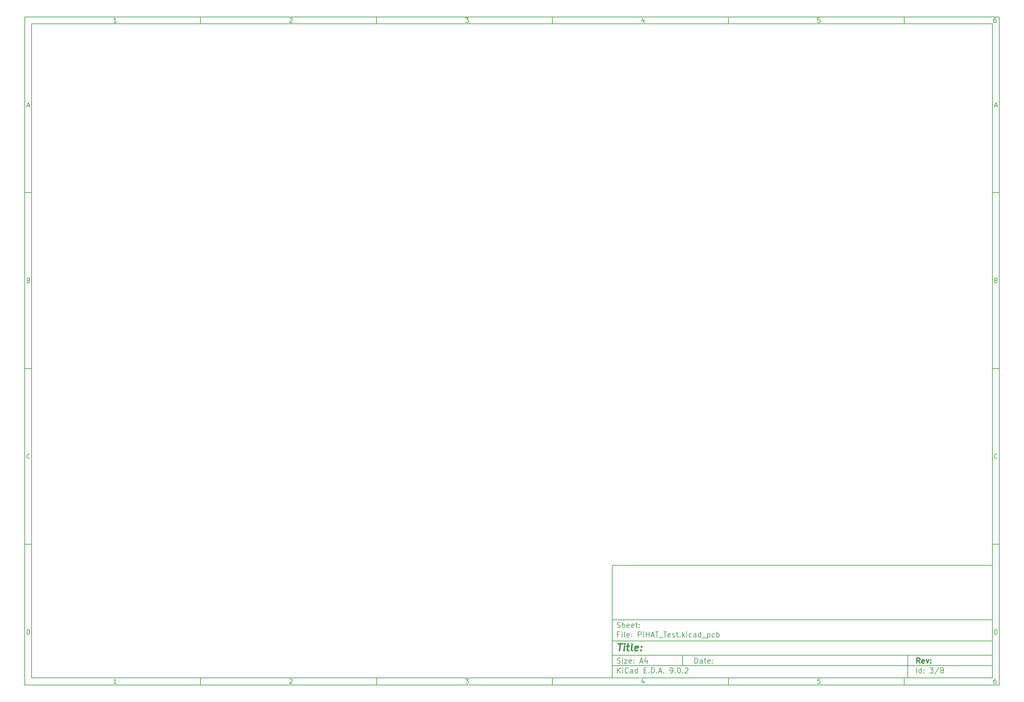
<source format=gbr>
%TF.GenerationSoftware,KiCad,Pcbnew,9.0.2*%
%TF.CreationDate,2025-07-16T09:33:13+08:00*%
%TF.ProjectId,PiHAT_Test,50694841-545f-4546-9573-742e6b696361,rev?*%
%TF.SameCoordinates,Original*%
%TF.FileFunction,Paste,Bot*%
%TF.FilePolarity,Positive*%
%FSLAX46Y46*%
G04 Gerber Fmt 4.6, Leading zero omitted, Abs format (unit mm)*
G04 Created by KiCad (PCBNEW 9.0.2) date 2025-07-16 09:33:13*
%MOMM*%
%LPD*%
G01*
G04 APERTURE LIST*
%ADD10C,0.100000*%
%ADD11C,0.150000*%
%ADD12C,0.300000*%
%ADD13C,0.400000*%
G04 APERTURE END LIST*
D10*
D11*
X177002200Y-166007200D02*
X285002200Y-166007200D01*
X285002200Y-198007200D01*
X177002200Y-198007200D01*
X177002200Y-166007200D01*
D10*
D11*
X10000000Y-10000000D02*
X287002200Y-10000000D01*
X287002200Y-200007200D01*
X10000000Y-200007200D01*
X10000000Y-10000000D01*
D10*
D11*
X12000000Y-12000000D02*
X285002200Y-12000000D01*
X285002200Y-198007200D01*
X12000000Y-198007200D01*
X12000000Y-12000000D01*
D10*
D11*
X60000000Y-12000000D02*
X60000000Y-10000000D01*
D10*
D11*
X110000000Y-12000000D02*
X110000000Y-10000000D01*
D10*
D11*
X160000000Y-12000000D02*
X160000000Y-10000000D01*
D10*
D11*
X210000000Y-12000000D02*
X210000000Y-10000000D01*
D10*
D11*
X260000000Y-12000000D02*
X260000000Y-10000000D01*
D10*
D11*
X36089160Y-11593604D02*
X35346303Y-11593604D01*
X35717731Y-11593604D02*
X35717731Y-10293604D01*
X35717731Y-10293604D02*
X35593922Y-10479319D01*
X35593922Y-10479319D02*
X35470112Y-10603128D01*
X35470112Y-10603128D02*
X35346303Y-10665033D01*
D10*
D11*
X85346303Y-10417414D02*
X85408207Y-10355509D01*
X85408207Y-10355509D02*
X85532017Y-10293604D01*
X85532017Y-10293604D02*
X85841541Y-10293604D01*
X85841541Y-10293604D02*
X85965350Y-10355509D01*
X85965350Y-10355509D02*
X86027255Y-10417414D01*
X86027255Y-10417414D02*
X86089160Y-10541223D01*
X86089160Y-10541223D02*
X86089160Y-10665033D01*
X86089160Y-10665033D02*
X86027255Y-10850747D01*
X86027255Y-10850747D02*
X85284398Y-11593604D01*
X85284398Y-11593604D02*
X86089160Y-11593604D01*
D10*
D11*
X135284398Y-10293604D02*
X136089160Y-10293604D01*
X136089160Y-10293604D02*
X135655826Y-10788842D01*
X135655826Y-10788842D02*
X135841541Y-10788842D01*
X135841541Y-10788842D02*
X135965350Y-10850747D01*
X135965350Y-10850747D02*
X136027255Y-10912652D01*
X136027255Y-10912652D02*
X136089160Y-11036461D01*
X136089160Y-11036461D02*
X136089160Y-11345985D01*
X136089160Y-11345985D02*
X136027255Y-11469795D01*
X136027255Y-11469795D02*
X135965350Y-11531700D01*
X135965350Y-11531700D02*
X135841541Y-11593604D01*
X135841541Y-11593604D02*
X135470112Y-11593604D01*
X135470112Y-11593604D02*
X135346303Y-11531700D01*
X135346303Y-11531700D02*
X135284398Y-11469795D01*
D10*
D11*
X185965350Y-10726938D02*
X185965350Y-11593604D01*
X185655826Y-10231700D02*
X185346303Y-11160271D01*
X185346303Y-11160271D02*
X186151064Y-11160271D01*
D10*
D11*
X236027255Y-10293604D02*
X235408207Y-10293604D01*
X235408207Y-10293604D02*
X235346303Y-10912652D01*
X235346303Y-10912652D02*
X235408207Y-10850747D01*
X235408207Y-10850747D02*
X235532017Y-10788842D01*
X235532017Y-10788842D02*
X235841541Y-10788842D01*
X235841541Y-10788842D02*
X235965350Y-10850747D01*
X235965350Y-10850747D02*
X236027255Y-10912652D01*
X236027255Y-10912652D02*
X236089160Y-11036461D01*
X236089160Y-11036461D02*
X236089160Y-11345985D01*
X236089160Y-11345985D02*
X236027255Y-11469795D01*
X236027255Y-11469795D02*
X235965350Y-11531700D01*
X235965350Y-11531700D02*
X235841541Y-11593604D01*
X235841541Y-11593604D02*
X235532017Y-11593604D01*
X235532017Y-11593604D02*
X235408207Y-11531700D01*
X235408207Y-11531700D02*
X235346303Y-11469795D01*
D10*
D11*
X285965350Y-10293604D02*
X285717731Y-10293604D01*
X285717731Y-10293604D02*
X285593922Y-10355509D01*
X285593922Y-10355509D02*
X285532017Y-10417414D01*
X285532017Y-10417414D02*
X285408207Y-10603128D01*
X285408207Y-10603128D02*
X285346303Y-10850747D01*
X285346303Y-10850747D02*
X285346303Y-11345985D01*
X285346303Y-11345985D02*
X285408207Y-11469795D01*
X285408207Y-11469795D02*
X285470112Y-11531700D01*
X285470112Y-11531700D02*
X285593922Y-11593604D01*
X285593922Y-11593604D02*
X285841541Y-11593604D01*
X285841541Y-11593604D02*
X285965350Y-11531700D01*
X285965350Y-11531700D02*
X286027255Y-11469795D01*
X286027255Y-11469795D02*
X286089160Y-11345985D01*
X286089160Y-11345985D02*
X286089160Y-11036461D01*
X286089160Y-11036461D02*
X286027255Y-10912652D01*
X286027255Y-10912652D02*
X285965350Y-10850747D01*
X285965350Y-10850747D02*
X285841541Y-10788842D01*
X285841541Y-10788842D02*
X285593922Y-10788842D01*
X285593922Y-10788842D02*
X285470112Y-10850747D01*
X285470112Y-10850747D02*
X285408207Y-10912652D01*
X285408207Y-10912652D02*
X285346303Y-11036461D01*
D10*
D11*
X60000000Y-198007200D02*
X60000000Y-200007200D01*
D10*
D11*
X110000000Y-198007200D02*
X110000000Y-200007200D01*
D10*
D11*
X160000000Y-198007200D02*
X160000000Y-200007200D01*
D10*
D11*
X210000000Y-198007200D02*
X210000000Y-200007200D01*
D10*
D11*
X260000000Y-198007200D02*
X260000000Y-200007200D01*
D10*
D11*
X36089160Y-199600804D02*
X35346303Y-199600804D01*
X35717731Y-199600804D02*
X35717731Y-198300804D01*
X35717731Y-198300804D02*
X35593922Y-198486519D01*
X35593922Y-198486519D02*
X35470112Y-198610328D01*
X35470112Y-198610328D02*
X35346303Y-198672233D01*
D10*
D11*
X85346303Y-198424614D02*
X85408207Y-198362709D01*
X85408207Y-198362709D02*
X85532017Y-198300804D01*
X85532017Y-198300804D02*
X85841541Y-198300804D01*
X85841541Y-198300804D02*
X85965350Y-198362709D01*
X85965350Y-198362709D02*
X86027255Y-198424614D01*
X86027255Y-198424614D02*
X86089160Y-198548423D01*
X86089160Y-198548423D02*
X86089160Y-198672233D01*
X86089160Y-198672233D02*
X86027255Y-198857947D01*
X86027255Y-198857947D02*
X85284398Y-199600804D01*
X85284398Y-199600804D02*
X86089160Y-199600804D01*
D10*
D11*
X135284398Y-198300804D02*
X136089160Y-198300804D01*
X136089160Y-198300804D02*
X135655826Y-198796042D01*
X135655826Y-198796042D02*
X135841541Y-198796042D01*
X135841541Y-198796042D02*
X135965350Y-198857947D01*
X135965350Y-198857947D02*
X136027255Y-198919852D01*
X136027255Y-198919852D02*
X136089160Y-199043661D01*
X136089160Y-199043661D02*
X136089160Y-199353185D01*
X136089160Y-199353185D02*
X136027255Y-199476995D01*
X136027255Y-199476995D02*
X135965350Y-199538900D01*
X135965350Y-199538900D02*
X135841541Y-199600804D01*
X135841541Y-199600804D02*
X135470112Y-199600804D01*
X135470112Y-199600804D02*
X135346303Y-199538900D01*
X135346303Y-199538900D02*
X135284398Y-199476995D01*
D10*
D11*
X185965350Y-198734138D02*
X185965350Y-199600804D01*
X185655826Y-198238900D02*
X185346303Y-199167471D01*
X185346303Y-199167471D02*
X186151064Y-199167471D01*
D10*
D11*
X236027255Y-198300804D02*
X235408207Y-198300804D01*
X235408207Y-198300804D02*
X235346303Y-198919852D01*
X235346303Y-198919852D02*
X235408207Y-198857947D01*
X235408207Y-198857947D02*
X235532017Y-198796042D01*
X235532017Y-198796042D02*
X235841541Y-198796042D01*
X235841541Y-198796042D02*
X235965350Y-198857947D01*
X235965350Y-198857947D02*
X236027255Y-198919852D01*
X236027255Y-198919852D02*
X236089160Y-199043661D01*
X236089160Y-199043661D02*
X236089160Y-199353185D01*
X236089160Y-199353185D02*
X236027255Y-199476995D01*
X236027255Y-199476995D02*
X235965350Y-199538900D01*
X235965350Y-199538900D02*
X235841541Y-199600804D01*
X235841541Y-199600804D02*
X235532017Y-199600804D01*
X235532017Y-199600804D02*
X235408207Y-199538900D01*
X235408207Y-199538900D02*
X235346303Y-199476995D01*
D10*
D11*
X285965350Y-198300804D02*
X285717731Y-198300804D01*
X285717731Y-198300804D02*
X285593922Y-198362709D01*
X285593922Y-198362709D02*
X285532017Y-198424614D01*
X285532017Y-198424614D02*
X285408207Y-198610328D01*
X285408207Y-198610328D02*
X285346303Y-198857947D01*
X285346303Y-198857947D02*
X285346303Y-199353185D01*
X285346303Y-199353185D02*
X285408207Y-199476995D01*
X285408207Y-199476995D02*
X285470112Y-199538900D01*
X285470112Y-199538900D02*
X285593922Y-199600804D01*
X285593922Y-199600804D02*
X285841541Y-199600804D01*
X285841541Y-199600804D02*
X285965350Y-199538900D01*
X285965350Y-199538900D02*
X286027255Y-199476995D01*
X286027255Y-199476995D02*
X286089160Y-199353185D01*
X286089160Y-199353185D02*
X286089160Y-199043661D01*
X286089160Y-199043661D02*
X286027255Y-198919852D01*
X286027255Y-198919852D02*
X285965350Y-198857947D01*
X285965350Y-198857947D02*
X285841541Y-198796042D01*
X285841541Y-198796042D02*
X285593922Y-198796042D01*
X285593922Y-198796042D02*
X285470112Y-198857947D01*
X285470112Y-198857947D02*
X285408207Y-198919852D01*
X285408207Y-198919852D02*
X285346303Y-199043661D01*
D10*
D11*
X10000000Y-60000000D02*
X12000000Y-60000000D01*
D10*
D11*
X10000000Y-110000000D02*
X12000000Y-110000000D01*
D10*
D11*
X10000000Y-160000000D02*
X12000000Y-160000000D01*
D10*
D11*
X10690476Y-35222176D02*
X11309523Y-35222176D01*
X10566666Y-35593604D02*
X10999999Y-34293604D01*
X10999999Y-34293604D02*
X11433333Y-35593604D01*
D10*
D11*
X11092857Y-84912652D02*
X11278571Y-84974557D01*
X11278571Y-84974557D02*
X11340476Y-85036461D01*
X11340476Y-85036461D02*
X11402380Y-85160271D01*
X11402380Y-85160271D02*
X11402380Y-85345985D01*
X11402380Y-85345985D02*
X11340476Y-85469795D01*
X11340476Y-85469795D02*
X11278571Y-85531700D01*
X11278571Y-85531700D02*
X11154761Y-85593604D01*
X11154761Y-85593604D02*
X10659523Y-85593604D01*
X10659523Y-85593604D02*
X10659523Y-84293604D01*
X10659523Y-84293604D02*
X11092857Y-84293604D01*
X11092857Y-84293604D02*
X11216666Y-84355509D01*
X11216666Y-84355509D02*
X11278571Y-84417414D01*
X11278571Y-84417414D02*
X11340476Y-84541223D01*
X11340476Y-84541223D02*
X11340476Y-84665033D01*
X11340476Y-84665033D02*
X11278571Y-84788842D01*
X11278571Y-84788842D02*
X11216666Y-84850747D01*
X11216666Y-84850747D02*
X11092857Y-84912652D01*
X11092857Y-84912652D02*
X10659523Y-84912652D01*
D10*
D11*
X11402380Y-135469795D02*
X11340476Y-135531700D01*
X11340476Y-135531700D02*
X11154761Y-135593604D01*
X11154761Y-135593604D02*
X11030952Y-135593604D01*
X11030952Y-135593604D02*
X10845238Y-135531700D01*
X10845238Y-135531700D02*
X10721428Y-135407890D01*
X10721428Y-135407890D02*
X10659523Y-135284080D01*
X10659523Y-135284080D02*
X10597619Y-135036461D01*
X10597619Y-135036461D02*
X10597619Y-134850747D01*
X10597619Y-134850747D02*
X10659523Y-134603128D01*
X10659523Y-134603128D02*
X10721428Y-134479319D01*
X10721428Y-134479319D02*
X10845238Y-134355509D01*
X10845238Y-134355509D02*
X11030952Y-134293604D01*
X11030952Y-134293604D02*
X11154761Y-134293604D01*
X11154761Y-134293604D02*
X11340476Y-134355509D01*
X11340476Y-134355509D02*
X11402380Y-134417414D01*
D10*
D11*
X10659523Y-185593604D02*
X10659523Y-184293604D01*
X10659523Y-184293604D02*
X10969047Y-184293604D01*
X10969047Y-184293604D02*
X11154761Y-184355509D01*
X11154761Y-184355509D02*
X11278571Y-184479319D01*
X11278571Y-184479319D02*
X11340476Y-184603128D01*
X11340476Y-184603128D02*
X11402380Y-184850747D01*
X11402380Y-184850747D02*
X11402380Y-185036461D01*
X11402380Y-185036461D02*
X11340476Y-185284080D01*
X11340476Y-185284080D02*
X11278571Y-185407890D01*
X11278571Y-185407890D02*
X11154761Y-185531700D01*
X11154761Y-185531700D02*
X10969047Y-185593604D01*
X10969047Y-185593604D02*
X10659523Y-185593604D01*
D10*
D11*
X287002200Y-60000000D02*
X285002200Y-60000000D01*
D10*
D11*
X287002200Y-110000000D02*
X285002200Y-110000000D01*
D10*
D11*
X287002200Y-160000000D02*
X285002200Y-160000000D01*
D10*
D11*
X285692676Y-35222176D02*
X286311723Y-35222176D01*
X285568866Y-35593604D02*
X286002199Y-34293604D01*
X286002199Y-34293604D02*
X286435533Y-35593604D01*
D10*
D11*
X286095057Y-84912652D02*
X286280771Y-84974557D01*
X286280771Y-84974557D02*
X286342676Y-85036461D01*
X286342676Y-85036461D02*
X286404580Y-85160271D01*
X286404580Y-85160271D02*
X286404580Y-85345985D01*
X286404580Y-85345985D02*
X286342676Y-85469795D01*
X286342676Y-85469795D02*
X286280771Y-85531700D01*
X286280771Y-85531700D02*
X286156961Y-85593604D01*
X286156961Y-85593604D02*
X285661723Y-85593604D01*
X285661723Y-85593604D02*
X285661723Y-84293604D01*
X285661723Y-84293604D02*
X286095057Y-84293604D01*
X286095057Y-84293604D02*
X286218866Y-84355509D01*
X286218866Y-84355509D02*
X286280771Y-84417414D01*
X286280771Y-84417414D02*
X286342676Y-84541223D01*
X286342676Y-84541223D02*
X286342676Y-84665033D01*
X286342676Y-84665033D02*
X286280771Y-84788842D01*
X286280771Y-84788842D02*
X286218866Y-84850747D01*
X286218866Y-84850747D02*
X286095057Y-84912652D01*
X286095057Y-84912652D02*
X285661723Y-84912652D01*
D10*
D11*
X286404580Y-135469795D02*
X286342676Y-135531700D01*
X286342676Y-135531700D02*
X286156961Y-135593604D01*
X286156961Y-135593604D02*
X286033152Y-135593604D01*
X286033152Y-135593604D02*
X285847438Y-135531700D01*
X285847438Y-135531700D02*
X285723628Y-135407890D01*
X285723628Y-135407890D02*
X285661723Y-135284080D01*
X285661723Y-135284080D02*
X285599819Y-135036461D01*
X285599819Y-135036461D02*
X285599819Y-134850747D01*
X285599819Y-134850747D02*
X285661723Y-134603128D01*
X285661723Y-134603128D02*
X285723628Y-134479319D01*
X285723628Y-134479319D02*
X285847438Y-134355509D01*
X285847438Y-134355509D02*
X286033152Y-134293604D01*
X286033152Y-134293604D02*
X286156961Y-134293604D01*
X286156961Y-134293604D02*
X286342676Y-134355509D01*
X286342676Y-134355509D02*
X286404580Y-134417414D01*
D10*
D11*
X285661723Y-185593604D02*
X285661723Y-184293604D01*
X285661723Y-184293604D02*
X285971247Y-184293604D01*
X285971247Y-184293604D02*
X286156961Y-184355509D01*
X286156961Y-184355509D02*
X286280771Y-184479319D01*
X286280771Y-184479319D02*
X286342676Y-184603128D01*
X286342676Y-184603128D02*
X286404580Y-184850747D01*
X286404580Y-184850747D02*
X286404580Y-185036461D01*
X286404580Y-185036461D02*
X286342676Y-185284080D01*
X286342676Y-185284080D02*
X286280771Y-185407890D01*
X286280771Y-185407890D02*
X286156961Y-185531700D01*
X286156961Y-185531700D02*
X285971247Y-185593604D01*
X285971247Y-185593604D02*
X285661723Y-185593604D01*
D10*
D11*
X200458026Y-193793328D02*
X200458026Y-192293328D01*
X200458026Y-192293328D02*
X200815169Y-192293328D01*
X200815169Y-192293328D02*
X201029455Y-192364757D01*
X201029455Y-192364757D02*
X201172312Y-192507614D01*
X201172312Y-192507614D02*
X201243741Y-192650471D01*
X201243741Y-192650471D02*
X201315169Y-192936185D01*
X201315169Y-192936185D02*
X201315169Y-193150471D01*
X201315169Y-193150471D02*
X201243741Y-193436185D01*
X201243741Y-193436185D02*
X201172312Y-193579042D01*
X201172312Y-193579042D02*
X201029455Y-193721900D01*
X201029455Y-193721900D02*
X200815169Y-193793328D01*
X200815169Y-193793328D02*
X200458026Y-193793328D01*
X202600884Y-193793328D02*
X202600884Y-193007614D01*
X202600884Y-193007614D02*
X202529455Y-192864757D01*
X202529455Y-192864757D02*
X202386598Y-192793328D01*
X202386598Y-192793328D02*
X202100884Y-192793328D01*
X202100884Y-192793328D02*
X201958026Y-192864757D01*
X202600884Y-193721900D02*
X202458026Y-193793328D01*
X202458026Y-193793328D02*
X202100884Y-193793328D01*
X202100884Y-193793328D02*
X201958026Y-193721900D01*
X201958026Y-193721900D02*
X201886598Y-193579042D01*
X201886598Y-193579042D02*
X201886598Y-193436185D01*
X201886598Y-193436185D02*
X201958026Y-193293328D01*
X201958026Y-193293328D02*
X202100884Y-193221900D01*
X202100884Y-193221900D02*
X202458026Y-193221900D01*
X202458026Y-193221900D02*
X202600884Y-193150471D01*
X203100884Y-192793328D02*
X203672312Y-192793328D01*
X203315169Y-192293328D02*
X203315169Y-193579042D01*
X203315169Y-193579042D02*
X203386598Y-193721900D01*
X203386598Y-193721900D02*
X203529455Y-193793328D01*
X203529455Y-193793328D02*
X203672312Y-193793328D01*
X204743741Y-193721900D02*
X204600884Y-193793328D01*
X204600884Y-193793328D02*
X204315170Y-193793328D01*
X204315170Y-193793328D02*
X204172312Y-193721900D01*
X204172312Y-193721900D02*
X204100884Y-193579042D01*
X204100884Y-193579042D02*
X204100884Y-193007614D01*
X204100884Y-193007614D02*
X204172312Y-192864757D01*
X204172312Y-192864757D02*
X204315170Y-192793328D01*
X204315170Y-192793328D02*
X204600884Y-192793328D01*
X204600884Y-192793328D02*
X204743741Y-192864757D01*
X204743741Y-192864757D02*
X204815170Y-193007614D01*
X204815170Y-193007614D02*
X204815170Y-193150471D01*
X204815170Y-193150471D02*
X204100884Y-193293328D01*
X205458026Y-193650471D02*
X205529455Y-193721900D01*
X205529455Y-193721900D02*
X205458026Y-193793328D01*
X205458026Y-193793328D02*
X205386598Y-193721900D01*
X205386598Y-193721900D02*
X205458026Y-193650471D01*
X205458026Y-193650471D02*
X205458026Y-193793328D01*
X205458026Y-192864757D02*
X205529455Y-192936185D01*
X205529455Y-192936185D02*
X205458026Y-193007614D01*
X205458026Y-193007614D02*
X205386598Y-192936185D01*
X205386598Y-192936185D02*
X205458026Y-192864757D01*
X205458026Y-192864757D02*
X205458026Y-193007614D01*
D10*
D11*
X177002200Y-194507200D02*
X285002200Y-194507200D01*
D10*
D11*
X178458026Y-196593328D02*
X178458026Y-195093328D01*
X179315169Y-196593328D02*
X178672312Y-195736185D01*
X179315169Y-195093328D02*
X178458026Y-195950471D01*
X179958026Y-196593328D02*
X179958026Y-195593328D01*
X179958026Y-195093328D02*
X179886598Y-195164757D01*
X179886598Y-195164757D02*
X179958026Y-195236185D01*
X179958026Y-195236185D02*
X180029455Y-195164757D01*
X180029455Y-195164757D02*
X179958026Y-195093328D01*
X179958026Y-195093328D02*
X179958026Y-195236185D01*
X181529455Y-196450471D02*
X181458027Y-196521900D01*
X181458027Y-196521900D02*
X181243741Y-196593328D01*
X181243741Y-196593328D02*
X181100884Y-196593328D01*
X181100884Y-196593328D02*
X180886598Y-196521900D01*
X180886598Y-196521900D02*
X180743741Y-196379042D01*
X180743741Y-196379042D02*
X180672312Y-196236185D01*
X180672312Y-196236185D02*
X180600884Y-195950471D01*
X180600884Y-195950471D02*
X180600884Y-195736185D01*
X180600884Y-195736185D02*
X180672312Y-195450471D01*
X180672312Y-195450471D02*
X180743741Y-195307614D01*
X180743741Y-195307614D02*
X180886598Y-195164757D01*
X180886598Y-195164757D02*
X181100884Y-195093328D01*
X181100884Y-195093328D02*
X181243741Y-195093328D01*
X181243741Y-195093328D02*
X181458027Y-195164757D01*
X181458027Y-195164757D02*
X181529455Y-195236185D01*
X182815170Y-196593328D02*
X182815170Y-195807614D01*
X182815170Y-195807614D02*
X182743741Y-195664757D01*
X182743741Y-195664757D02*
X182600884Y-195593328D01*
X182600884Y-195593328D02*
X182315170Y-195593328D01*
X182315170Y-195593328D02*
X182172312Y-195664757D01*
X182815170Y-196521900D02*
X182672312Y-196593328D01*
X182672312Y-196593328D02*
X182315170Y-196593328D01*
X182315170Y-196593328D02*
X182172312Y-196521900D01*
X182172312Y-196521900D02*
X182100884Y-196379042D01*
X182100884Y-196379042D02*
X182100884Y-196236185D01*
X182100884Y-196236185D02*
X182172312Y-196093328D01*
X182172312Y-196093328D02*
X182315170Y-196021900D01*
X182315170Y-196021900D02*
X182672312Y-196021900D01*
X182672312Y-196021900D02*
X182815170Y-195950471D01*
X184172313Y-196593328D02*
X184172313Y-195093328D01*
X184172313Y-196521900D02*
X184029455Y-196593328D01*
X184029455Y-196593328D02*
X183743741Y-196593328D01*
X183743741Y-196593328D02*
X183600884Y-196521900D01*
X183600884Y-196521900D02*
X183529455Y-196450471D01*
X183529455Y-196450471D02*
X183458027Y-196307614D01*
X183458027Y-196307614D02*
X183458027Y-195879042D01*
X183458027Y-195879042D02*
X183529455Y-195736185D01*
X183529455Y-195736185D02*
X183600884Y-195664757D01*
X183600884Y-195664757D02*
X183743741Y-195593328D01*
X183743741Y-195593328D02*
X184029455Y-195593328D01*
X184029455Y-195593328D02*
X184172313Y-195664757D01*
X186029455Y-195807614D02*
X186529455Y-195807614D01*
X186743741Y-196593328D02*
X186029455Y-196593328D01*
X186029455Y-196593328D02*
X186029455Y-195093328D01*
X186029455Y-195093328D02*
X186743741Y-195093328D01*
X187386598Y-196450471D02*
X187458027Y-196521900D01*
X187458027Y-196521900D02*
X187386598Y-196593328D01*
X187386598Y-196593328D02*
X187315170Y-196521900D01*
X187315170Y-196521900D02*
X187386598Y-196450471D01*
X187386598Y-196450471D02*
X187386598Y-196593328D01*
X188100884Y-196593328D02*
X188100884Y-195093328D01*
X188100884Y-195093328D02*
X188458027Y-195093328D01*
X188458027Y-195093328D02*
X188672313Y-195164757D01*
X188672313Y-195164757D02*
X188815170Y-195307614D01*
X188815170Y-195307614D02*
X188886599Y-195450471D01*
X188886599Y-195450471D02*
X188958027Y-195736185D01*
X188958027Y-195736185D02*
X188958027Y-195950471D01*
X188958027Y-195950471D02*
X188886599Y-196236185D01*
X188886599Y-196236185D02*
X188815170Y-196379042D01*
X188815170Y-196379042D02*
X188672313Y-196521900D01*
X188672313Y-196521900D02*
X188458027Y-196593328D01*
X188458027Y-196593328D02*
X188100884Y-196593328D01*
X189600884Y-196450471D02*
X189672313Y-196521900D01*
X189672313Y-196521900D02*
X189600884Y-196593328D01*
X189600884Y-196593328D02*
X189529456Y-196521900D01*
X189529456Y-196521900D02*
X189600884Y-196450471D01*
X189600884Y-196450471D02*
X189600884Y-196593328D01*
X190243742Y-196164757D02*
X190958028Y-196164757D01*
X190100885Y-196593328D02*
X190600885Y-195093328D01*
X190600885Y-195093328D02*
X191100885Y-196593328D01*
X191600884Y-196450471D02*
X191672313Y-196521900D01*
X191672313Y-196521900D02*
X191600884Y-196593328D01*
X191600884Y-196593328D02*
X191529456Y-196521900D01*
X191529456Y-196521900D02*
X191600884Y-196450471D01*
X191600884Y-196450471D02*
X191600884Y-196593328D01*
X193529456Y-196593328D02*
X193815170Y-196593328D01*
X193815170Y-196593328D02*
X193958027Y-196521900D01*
X193958027Y-196521900D02*
X194029456Y-196450471D01*
X194029456Y-196450471D02*
X194172313Y-196236185D01*
X194172313Y-196236185D02*
X194243742Y-195950471D01*
X194243742Y-195950471D02*
X194243742Y-195379042D01*
X194243742Y-195379042D02*
X194172313Y-195236185D01*
X194172313Y-195236185D02*
X194100885Y-195164757D01*
X194100885Y-195164757D02*
X193958027Y-195093328D01*
X193958027Y-195093328D02*
X193672313Y-195093328D01*
X193672313Y-195093328D02*
X193529456Y-195164757D01*
X193529456Y-195164757D02*
X193458027Y-195236185D01*
X193458027Y-195236185D02*
X193386599Y-195379042D01*
X193386599Y-195379042D02*
X193386599Y-195736185D01*
X193386599Y-195736185D02*
X193458027Y-195879042D01*
X193458027Y-195879042D02*
X193529456Y-195950471D01*
X193529456Y-195950471D02*
X193672313Y-196021900D01*
X193672313Y-196021900D02*
X193958027Y-196021900D01*
X193958027Y-196021900D02*
X194100885Y-195950471D01*
X194100885Y-195950471D02*
X194172313Y-195879042D01*
X194172313Y-195879042D02*
X194243742Y-195736185D01*
X194886598Y-196450471D02*
X194958027Y-196521900D01*
X194958027Y-196521900D02*
X194886598Y-196593328D01*
X194886598Y-196593328D02*
X194815170Y-196521900D01*
X194815170Y-196521900D02*
X194886598Y-196450471D01*
X194886598Y-196450471D02*
X194886598Y-196593328D01*
X195886599Y-195093328D02*
X196029456Y-195093328D01*
X196029456Y-195093328D02*
X196172313Y-195164757D01*
X196172313Y-195164757D02*
X196243742Y-195236185D01*
X196243742Y-195236185D02*
X196315170Y-195379042D01*
X196315170Y-195379042D02*
X196386599Y-195664757D01*
X196386599Y-195664757D02*
X196386599Y-196021900D01*
X196386599Y-196021900D02*
X196315170Y-196307614D01*
X196315170Y-196307614D02*
X196243742Y-196450471D01*
X196243742Y-196450471D02*
X196172313Y-196521900D01*
X196172313Y-196521900D02*
X196029456Y-196593328D01*
X196029456Y-196593328D02*
X195886599Y-196593328D01*
X195886599Y-196593328D02*
X195743742Y-196521900D01*
X195743742Y-196521900D02*
X195672313Y-196450471D01*
X195672313Y-196450471D02*
X195600884Y-196307614D01*
X195600884Y-196307614D02*
X195529456Y-196021900D01*
X195529456Y-196021900D02*
X195529456Y-195664757D01*
X195529456Y-195664757D02*
X195600884Y-195379042D01*
X195600884Y-195379042D02*
X195672313Y-195236185D01*
X195672313Y-195236185D02*
X195743742Y-195164757D01*
X195743742Y-195164757D02*
X195886599Y-195093328D01*
X197029455Y-196450471D02*
X197100884Y-196521900D01*
X197100884Y-196521900D02*
X197029455Y-196593328D01*
X197029455Y-196593328D02*
X196958027Y-196521900D01*
X196958027Y-196521900D02*
X197029455Y-196450471D01*
X197029455Y-196450471D02*
X197029455Y-196593328D01*
X197672313Y-195236185D02*
X197743741Y-195164757D01*
X197743741Y-195164757D02*
X197886599Y-195093328D01*
X197886599Y-195093328D02*
X198243741Y-195093328D01*
X198243741Y-195093328D02*
X198386599Y-195164757D01*
X198386599Y-195164757D02*
X198458027Y-195236185D01*
X198458027Y-195236185D02*
X198529456Y-195379042D01*
X198529456Y-195379042D02*
X198529456Y-195521900D01*
X198529456Y-195521900D02*
X198458027Y-195736185D01*
X198458027Y-195736185D02*
X197600884Y-196593328D01*
X197600884Y-196593328D02*
X198529456Y-196593328D01*
D10*
D11*
X177002200Y-191507200D02*
X285002200Y-191507200D01*
D10*
D12*
X264413853Y-193785528D02*
X263913853Y-193071242D01*
X263556710Y-193785528D02*
X263556710Y-192285528D01*
X263556710Y-192285528D02*
X264128139Y-192285528D01*
X264128139Y-192285528D02*
X264270996Y-192356957D01*
X264270996Y-192356957D02*
X264342425Y-192428385D01*
X264342425Y-192428385D02*
X264413853Y-192571242D01*
X264413853Y-192571242D02*
X264413853Y-192785528D01*
X264413853Y-192785528D02*
X264342425Y-192928385D01*
X264342425Y-192928385D02*
X264270996Y-192999814D01*
X264270996Y-192999814D02*
X264128139Y-193071242D01*
X264128139Y-193071242D02*
X263556710Y-193071242D01*
X265628139Y-193714100D02*
X265485282Y-193785528D01*
X265485282Y-193785528D02*
X265199568Y-193785528D01*
X265199568Y-193785528D02*
X265056710Y-193714100D01*
X265056710Y-193714100D02*
X264985282Y-193571242D01*
X264985282Y-193571242D02*
X264985282Y-192999814D01*
X264985282Y-192999814D02*
X265056710Y-192856957D01*
X265056710Y-192856957D02*
X265199568Y-192785528D01*
X265199568Y-192785528D02*
X265485282Y-192785528D01*
X265485282Y-192785528D02*
X265628139Y-192856957D01*
X265628139Y-192856957D02*
X265699568Y-192999814D01*
X265699568Y-192999814D02*
X265699568Y-193142671D01*
X265699568Y-193142671D02*
X264985282Y-193285528D01*
X266199567Y-192785528D02*
X266556710Y-193785528D01*
X266556710Y-193785528D02*
X266913853Y-192785528D01*
X267485281Y-193642671D02*
X267556710Y-193714100D01*
X267556710Y-193714100D02*
X267485281Y-193785528D01*
X267485281Y-193785528D02*
X267413853Y-193714100D01*
X267413853Y-193714100D02*
X267485281Y-193642671D01*
X267485281Y-193642671D02*
X267485281Y-193785528D01*
X267485281Y-192856957D02*
X267556710Y-192928385D01*
X267556710Y-192928385D02*
X267485281Y-192999814D01*
X267485281Y-192999814D02*
X267413853Y-192928385D01*
X267413853Y-192928385D02*
X267485281Y-192856957D01*
X267485281Y-192856957D02*
X267485281Y-192999814D01*
D10*
D11*
X178386598Y-193721900D02*
X178600884Y-193793328D01*
X178600884Y-193793328D02*
X178958026Y-193793328D01*
X178958026Y-193793328D02*
X179100884Y-193721900D01*
X179100884Y-193721900D02*
X179172312Y-193650471D01*
X179172312Y-193650471D02*
X179243741Y-193507614D01*
X179243741Y-193507614D02*
X179243741Y-193364757D01*
X179243741Y-193364757D02*
X179172312Y-193221900D01*
X179172312Y-193221900D02*
X179100884Y-193150471D01*
X179100884Y-193150471D02*
X178958026Y-193079042D01*
X178958026Y-193079042D02*
X178672312Y-193007614D01*
X178672312Y-193007614D02*
X178529455Y-192936185D01*
X178529455Y-192936185D02*
X178458026Y-192864757D01*
X178458026Y-192864757D02*
X178386598Y-192721900D01*
X178386598Y-192721900D02*
X178386598Y-192579042D01*
X178386598Y-192579042D02*
X178458026Y-192436185D01*
X178458026Y-192436185D02*
X178529455Y-192364757D01*
X178529455Y-192364757D02*
X178672312Y-192293328D01*
X178672312Y-192293328D02*
X179029455Y-192293328D01*
X179029455Y-192293328D02*
X179243741Y-192364757D01*
X179886597Y-193793328D02*
X179886597Y-192793328D01*
X179886597Y-192293328D02*
X179815169Y-192364757D01*
X179815169Y-192364757D02*
X179886597Y-192436185D01*
X179886597Y-192436185D02*
X179958026Y-192364757D01*
X179958026Y-192364757D02*
X179886597Y-192293328D01*
X179886597Y-192293328D02*
X179886597Y-192436185D01*
X180458026Y-192793328D02*
X181243741Y-192793328D01*
X181243741Y-192793328D02*
X180458026Y-193793328D01*
X180458026Y-193793328D02*
X181243741Y-193793328D01*
X182386598Y-193721900D02*
X182243741Y-193793328D01*
X182243741Y-193793328D02*
X181958027Y-193793328D01*
X181958027Y-193793328D02*
X181815169Y-193721900D01*
X181815169Y-193721900D02*
X181743741Y-193579042D01*
X181743741Y-193579042D02*
X181743741Y-193007614D01*
X181743741Y-193007614D02*
X181815169Y-192864757D01*
X181815169Y-192864757D02*
X181958027Y-192793328D01*
X181958027Y-192793328D02*
X182243741Y-192793328D01*
X182243741Y-192793328D02*
X182386598Y-192864757D01*
X182386598Y-192864757D02*
X182458027Y-193007614D01*
X182458027Y-193007614D02*
X182458027Y-193150471D01*
X182458027Y-193150471D02*
X181743741Y-193293328D01*
X183100883Y-193650471D02*
X183172312Y-193721900D01*
X183172312Y-193721900D02*
X183100883Y-193793328D01*
X183100883Y-193793328D02*
X183029455Y-193721900D01*
X183029455Y-193721900D02*
X183100883Y-193650471D01*
X183100883Y-193650471D02*
X183100883Y-193793328D01*
X183100883Y-192864757D02*
X183172312Y-192936185D01*
X183172312Y-192936185D02*
X183100883Y-193007614D01*
X183100883Y-193007614D02*
X183029455Y-192936185D01*
X183029455Y-192936185D02*
X183100883Y-192864757D01*
X183100883Y-192864757D02*
X183100883Y-193007614D01*
X184886598Y-193364757D02*
X185600884Y-193364757D01*
X184743741Y-193793328D02*
X185243741Y-192293328D01*
X185243741Y-192293328D02*
X185743741Y-193793328D01*
X186886598Y-192793328D02*
X186886598Y-193793328D01*
X186529455Y-192221900D02*
X186172312Y-193293328D01*
X186172312Y-193293328D02*
X187100883Y-193293328D01*
D10*
D11*
X263458026Y-196593328D02*
X263458026Y-195093328D01*
X264815170Y-196593328D02*
X264815170Y-195093328D01*
X264815170Y-196521900D02*
X264672312Y-196593328D01*
X264672312Y-196593328D02*
X264386598Y-196593328D01*
X264386598Y-196593328D02*
X264243741Y-196521900D01*
X264243741Y-196521900D02*
X264172312Y-196450471D01*
X264172312Y-196450471D02*
X264100884Y-196307614D01*
X264100884Y-196307614D02*
X264100884Y-195879042D01*
X264100884Y-195879042D02*
X264172312Y-195736185D01*
X264172312Y-195736185D02*
X264243741Y-195664757D01*
X264243741Y-195664757D02*
X264386598Y-195593328D01*
X264386598Y-195593328D02*
X264672312Y-195593328D01*
X264672312Y-195593328D02*
X264815170Y-195664757D01*
X265529455Y-196450471D02*
X265600884Y-196521900D01*
X265600884Y-196521900D02*
X265529455Y-196593328D01*
X265529455Y-196593328D02*
X265458027Y-196521900D01*
X265458027Y-196521900D02*
X265529455Y-196450471D01*
X265529455Y-196450471D02*
X265529455Y-196593328D01*
X265529455Y-195664757D02*
X265600884Y-195736185D01*
X265600884Y-195736185D02*
X265529455Y-195807614D01*
X265529455Y-195807614D02*
X265458027Y-195736185D01*
X265458027Y-195736185D02*
X265529455Y-195664757D01*
X265529455Y-195664757D02*
X265529455Y-195807614D01*
X267243741Y-195093328D02*
X268172313Y-195093328D01*
X268172313Y-195093328D02*
X267672313Y-195664757D01*
X267672313Y-195664757D02*
X267886598Y-195664757D01*
X267886598Y-195664757D02*
X268029456Y-195736185D01*
X268029456Y-195736185D02*
X268100884Y-195807614D01*
X268100884Y-195807614D02*
X268172313Y-195950471D01*
X268172313Y-195950471D02*
X268172313Y-196307614D01*
X268172313Y-196307614D02*
X268100884Y-196450471D01*
X268100884Y-196450471D02*
X268029456Y-196521900D01*
X268029456Y-196521900D02*
X267886598Y-196593328D01*
X267886598Y-196593328D02*
X267458027Y-196593328D01*
X267458027Y-196593328D02*
X267315170Y-196521900D01*
X267315170Y-196521900D02*
X267243741Y-196450471D01*
X269886598Y-195021900D02*
X268600884Y-196950471D01*
X270600884Y-195736185D02*
X270458027Y-195664757D01*
X270458027Y-195664757D02*
X270386598Y-195593328D01*
X270386598Y-195593328D02*
X270315170Y-195450471D01*
X270315170Y-195450471D02*
X270315170Y-195379042D01*
X270315170Y-195379042D02*
X270386598Y-195236185D01*
X270386598Y-195236185D02*
X270458027Y-195164757D01*
X270458027Y-195164757D02*
X270600884Y-195093328D01*
X270600884Y-195093328D02*
X270886598Y-195093328D01*
X270886598Y-195093328D02*
X271029456Y-195164757D01*
X271029456Y-195164757D02*
X271100884Y-195236185D01*
X271100884Y-195236185D02*
X271172313Y-195379042D01*
X271172313Y-195379042D02*
X271172313Y-195450471D01*
X271172313Y-195450471D02*
X271100884Y-195593328D01*
X271100884Y-195593328D02*
X271029456Y-195664757D01*
X271029456Y-195664757D02*
X270886598Y-195736185D01*
X270886598Y-195736185D02*
X270600884Y-195736185D01*
X270600884Y-195736185D02*
X270458027Y-195807614D01*
X270458027Y-195807614D02*
X270386598Y-195879042D01*
X270386598Y-195879042D02*
X270315170Y-196021900D01*
X270315170Y-196021900D02*
X270315170Y-196307614D01*
X270315170Y-196307614D02*
X270386598Y-196450471D01*
X270386598Y-196450471D02*
X270458027Y-196521900D01*
X270458027Y-196521900D02*
X270600884Y-196593328D01*
X270600884Y-196593328D02*
X270886598Y-196593328D01*
X270886598Y-196593328D02*
X271029456Y-196521900D01*
X271029456Y-196521900D02*
X271100884Y-196450471D01*
X271100884Y-196450471D02*
X271172313Y-196307614D01*
X271172313Y-196307614D02*
X271172313Y-196021900D01*
X271172313Y-196021900D02*
X271100884Y-195879042D01*
X271100884Y-195879042D02*
X271029456Y-195807614D01*
X271029456Y-195807614D02*
X270886598Y-195736185D01*
D10*
D11*
X177002200Y-187507200D02*
X285002200Y-187507200D01*
D10*
D13*
X178693928Y-188211638D02*
X179836785Y-188211638D01*
X179015357Y-190211638D02*
X179265357Y-188211638D01*
X180253452Y-190211638D02*
X180420119Y-188878304D01*
X180503452Y-188211638D02*
X180396309Y-188306876D01*
X180396309Y-188306876D02*
X180479643Y-188402114D01*
X180479643Y-188402114D02*
X180586786Y-188306876D01*
X180586786Y-188306876D02*
X180503452Y-188211638D01*
X180503452Y-188211638D02*
X180479643Y-188402114D01*
X181086786Y-188878304D02*
X181848690Y-188878304D01*
X181455833Y-188211638D02*
X181241548Y-189925923D01*
X181241548Y-189925923D02*
X181312976Y-190116400D01*
X181312976Y-190116400D02*
X181491548Y-190211638D01*
X181491548Y-190211638D02*
X181682024Y-190211638D01*
X182634405Y-190211638D02*
X182455833Y-190116400D01*
X182455833Y-190116400D02*
X182384405Y-189925923D01*
X182384405Y-189925923D02*
X182598690Y-188211638D01*
X184170119Y-190116400D02*
X183967738Y-190211638D01*
X183967738Y-190211638D02*
X183586785Y-190211638D01*
X183586785Y-190211638D02*
X183408214Y-190116400D01*
X183408214Y-190116400D02*
X183336785Y-189925923D01*
X183336785Y-189925923D02*
X183432024Y-189164019D01*
X183432024Y-189164019D02*
X183551071Y-188973542D01*
X183551071Y-188973542D02*
X183753452Y-188878304D01*
X183753452Y-188878304D02*
X184134404Y-188878304D01*
X184134404Y-188878304D02*
X184312976Y-188973542D01*
X184312976Y-188973542D02*
X184384404Y-189164019D01*
X184384404Y-189164019D02*
X184360595Y-189354495D01*
X184360595Y-189354495D02*
X183384404Y-189544971D01*
X185134405Y-190021161D02*
X185217738Y-190116400D01*
X185217738Y-190116400D02*
X185110595Y-190211638D01*
X185110595Y-190211638D02*
X185027262Y-190116400D01*
X185027262Y-190116400D02*
X185134405Y-190021161D01*
X185134405Y-190021161D02*
X185110595Y-190211638D01*
X185265357Y-188973542D02*
X185348690Y-189068780D01*
X185348690Y-189068780D02*
X185241548Y-189164019D01*
X185241548Y-189164019D02*
X185158214Y-189068780D01*
X185158214Y-189068780D02*
X185265357Y-188973542D01*
X185265357Y-188973542D02*
X185241548Y-189164019D01*
D10*
D11*
X178958026Y-185607614D02*
X178458026Y-185607614D01*
X178458026Y-186393328D02*
X178458026Y-184893328D01*
X178458026Y-184893328D02*
X179172312Y-184893328D01*
X179743740Y-186393328D02*
X179743740Y-185393328D01*
X179743740Y-184893328D02*
X179672312Y-184964757D01*
X179672312Y-184964757D02*
X179743740Y-185036185D01*
X179743740Y-185036185D02*
X179815169Y-184964757D01*
X179815169Y-184964757D02*
X179743740Y-184893328D01*
X179743740Y-184893328D02*
X179743740Y-185036185D01*
X180672312Y-186393328D02*
X180529455Y-186321900D01*
X180529455Y-186321900D02*
X180458026Y-186179042D01*
X180458026Y-186179042D02*
X180458026Y-184893328D01*
X181815169Y-186321900D02*
X181672312Y-186393328D01*
X181672312Y-186393328D02*
X181386598Y-186393328D01*
X181386598Y-186393328D02*
X181243740Y-186321900D01*
X181243740Y-186321900D02*
X181172312Y-186179042D01*
X181172312Y-186179042D02*
X181172312Y-185607614D01*
X181172312Y-185607614D02*
X181243740Y-185464757D01*
X181243740Y-185464757D02*
X181386598Y-185393328D01*
X181386598Y-185393328D02*
X181672312Y-185393328D01*
X181672312Y-185393328D02*
X181815169Y-185464757D01*
X181815169Y-185464757D02*
X181886598Y-185607614D01*
X181886598Y-185607614D02*
X181886598Y-185750471D01*
X181886598Y-185750471D02*
X181172312Y-185893328D01*
X182529454Y-186250471D02*
X182600883Y-186321900D01*
X182600883Y-186321900D02*
X182529454Y-186393328D01*
X182529454Y-186393328D02*
X182458026Y-186321900D01*
X182458026Y-186321900D02*
X182529454Y-186250471D01*
X182529454Y-186250471D02*
X182529454Y-186393328D01*
X182529454Y-185464757D02*
X182600883Y-185536185D01*
X182600883Y-185536185D02*
X182529454Y-185607614D01*
X182529454Y-185607614D02*
X182458026Y-185536185D01*
X182458026Y-185536185D02*
X182529454Y-185464757D01*
X182529454Y-185464757D02*
X182529454Y-185607614D01*
X184386597Y-186393328D02*
X184386597Y-184893328D01*
X184386597Y-184893328D02*
X184958026Y-184893328D01*
X184958026Y-184893328D02*
X185100883Y-184964757D01*
X185100883Y-184964757D02*
X185172312Y-185036185D01*
X185172312Y-185036185D02*
X185243740Y-185179042D01*
X185243740Y-185179042D02*
X185243740Y-185393328D01*
X185243740Y-185393328D02*
X185172312Y-185536185D01*
X185172312Y-185536185D02*
X185100883Y-185607614D01*
X185100883Y-185607614D02*
X184958026Y-185679042D01*
X184958026Y-185679042D02*
X184386597Y-185679042D01*
X185886597Y-186393328D02*
X185886597Y-185393328D01*
X185886597Y-184893328D02*
X185815169Y-184964757D01*
X185815169Y-184964757D02*
X185886597Y-185036185D01*
X185886597Y-185036185D02*
X185958026Y-184964757D01*
X185958026Y-184964757D02*
X185886597Y-184893328D01*
X185886597Y-184893328D02*
X185886597Y-185036185D01*
X186600883Y-186393328D02*
X186600883Y-184893328D01*
X186600883Y-185607614D02*
X187458026Y-185607614D01*
X187458026Y-186393328D02*
X187458026Y-184893328D01*
X188100884Y-185964757D02*
X188815170Y-185964757D01*
X187958027Y-186393328D02*
X188458027Y-184893328D01*
X188458027Y-184893328D02*
X188958027Y-186393328D01*
X189243741Y-184893328D02*
X190100884Y-184893328D01*
X189672312Y-186393328D02*
X189672312Y-184893328D01*
X190243741Y-186536185D02*
X191386598Y-186536185D01*
X191529455Y-184893328D02*
X192386598Y-184893328D01*
X191958026Y-186393328D02*
X191958026Y-184893328D01*
X193458026Y-186321900D02*
X193315169Y-186393328D01*
X193315169Y-186393328D02*
X193029455Y-186393328D01*
X193029455Y-186393328D02*
X192886597Y-186321900D01*
X192886597Y-186321900D02*
X192815169Y-186179042D01*
X192815169Y-186179042D02*
X192815169Y-185607614D01*
X192815169Y-185607614D02*
X192886597Y-185464757D01*
X192886597Y-185464757D02*
X193029455Y-185393328D01*
X193029455Y-185393328D02*
X193315169Y-185393328D01*
X193315169Y-185393328D02*
X193458026Y-185464757D01*
X193458026Y-185464757D02*
X193529455Y-185607614D01*
X193529455Y-185607614D02*
X193529455Y-185750471D01*
X193529455Y-185750471D02*
X192815169Y-185893328D01*
X194100883Y-186321900D02*
X194243740Y-186393328D01*
X194243740Y-186393328D02*
X194529454Y-186393328D01*
X194529454Y-186393328D02*
X194672311Y-186321900D01*
X194672311Y-186321900D02*
X194743740Y-186179042D01*
X194743740Y-186179042D02*
X194743740Y-186107614D01*
X194743740Y-186107614D02*
X194672311Y-185964757D01*
X194672311Y-185964757D02*
X194529454Y-185893328D01*
X194529454Y-185893328D02*
X194315169Y-185893328D01*
X194315169Y-185893328D02*
X194172311Y-185821900D01*
X194172311Y-185821900D02*
X194100883Y-185679042D01*
X194100883Y-185679042D02*
X194100883Y-185607614D01*
X194100883Y-185607614D02*
X194172311Y-185464757D01*
X194172311Y-185464757D02*
X194315169Y-185393328D01*
X194315169Y-185393328D02*
X194529454Y-185393328D01*
X194529454Y-185393328D02*
X194672311Y-185464757D01*
X195172312Y-185393328D02*
X195743740Y-185393328D01*
X195386597Y-184893328D02*
X195386597Y-186179042D01*
X195386597Y-186179042D02*
X195458026Y-186321900D01*
X195458026Y-186321900D02*
X195600883Y-186393328D01*
X195600883Y-186393328D02*
X195743740Y-186393328D01*
X196243740Y-186250471D02*
X196315169Y-186321900D01*
X196315169Y-186321900D02*
X196243740Y-186393328D01*
X196243740Y-186393328D02*
X196172312Y-186321900D01*
X196172312Y-186321900D02*
X196243740Y-186250471D01*
X196243740Y-186250471D02*
X196243740Y-186393328D01*
X196958026Y-186393328D02*
X196958026Y-184893328D01*
X197100884Y-185821900D02*
X197529455Y-186393328D01*
X197529455Y-185393328D02*
X196958026Y-185964757D01*
X198172312Y-186393328D02*
X198172312Y-185393328D01*
X198172312Y-184893328D02*
X198100884Y-184964757D01*
X198100884Y-184964757D02*
X198172312Y-185036185D01*
X198172312Y-185036185D02*
X198243741Y-184964757D01*
X198243741Y-184964757D02*
X198172312Y-184893328D01*
X198172312Y-184893328D02*
X198172312Y-185036185D01*
X199529456Y-186321900D02*
X199386598Y-186393328D01*
X199386598Y-186393328D02*
X199100884Y-186393328D01*
X199100884Y-186393328D02*
X198958027Y-186321900D01*
X198958027Y-186321900D02*
X198886598Y-186250471D01*
X198886598Y-186250471D02*
X198815170Y-186107614D01*
X198815170Y-186107614D02*
X198815170Y-185679042D01*
X198815170Y-185679042D02*
X198886598Y-185536185D01*
X198886598Y-185536185D02*
X198958027Y-185464757D01*
X198958027Y-185464757D02*
X199100884Y-185393328D01*
X199100884Y-185393328D02*
X199386598Y-185393328D01*
X199386598Y-185393328D02*
X199529456Y-185464757D01*
X200815170Y-186393328D02*
X200815170Y-185607614D01*
X200815170Y-185607614D02*
X200743741Y-185464757D01*
X200743741Y-185464757D02*
X200600884Y-185393328D01*
X200600884Y-185393328D02*
X200315170Y-185393328D01*
X200315170Y-185393328D02*
X200172312Y-185464757D01*
X200815170Y-186321900D02*
X200672312Y-186393328D01*
X200672312Y-186393328D02*
X200315170Y-186393328D01*
X200315170Y-186393328D02*
X200172312Y-186321900D01*
X200172312Y-186321900D02*
X200100884Y-186179042D01*
X200100884Y-186179042D02*
X200100884Y-186036185D01*
X200100884Y-186036185D02*
X200172312Y-185893328D01*
X200172312Y-185893328D02*
X200315170Y-185821900D01*
X200315170Y-185821900D02*
X200672312Y-185821900D01*
X200672312Y-185821900D02*
X200815170Y-185750471D01*
X202172313Y-186393328D02*
X202172313Y-184893328D01*
X202172313Y-186321900D02*
X202029455Y-186393328D01*
X202029455Y-186393328D02*
X201743741Y-186393328D01*
X201743741Y-186393328D02*
X201600884Y-186321900D01*
X201600884Y-186321900D02*
X201529455Y-186250471D01*
X201529455Y-186250471D02*
X201458027Y-186107614D01*
X201458027Y-186107614D02*
X201458027Y-185679042D01*
X201458027Y-185679042D02*
X201529455Y-185536185D01*
X201529455Y-185536185D02*
X201600884Y-185464757D01*
X201600884Y-185464757D02*
X201743741Y-185393328D01*
X201743741Y-185393328D02*
X202029455Y-185393328D01*
X202029455Y-185393328D02*
X202172313Y-185464757D01*
X202529456Y-186536185D02*
X203672313Y-186536185D01*
X204029455Y-185393328D02*
X204029455Y-186893328D01*
X204029455Y-185464757D02*
X204172313Y-185393328D01*
X204172313Y-185393328D02*
X204458027Y-185393328D01*
X204458027Y-185393328D02*
X204600884Y-185464757D01*
X204600884Y-185464757D02*
X204672313Y-185536185D01*
X204672313Y-185536185D02*
X204743741Y-185679042D01*
X204743741Y-185679042D02*
X204743741Y-186107614D01*
X204743741Y-186107614D02*
X204672313Y-186250471D01*
X204672313Y-186250471D02*
X204600884Y-186321900D01*
X204600884Y-186321900D02*
X204458027Y-186393328D01*
X204458027Y-186393328D02*
X204172313Y-186393328D01*
X204172313Y-186393328D02*
X204029455Y-186321900D01*
X206029456Y-186321900D02*
X205886598Y-186393328D01*
X205886598Y-186393328D02*
X205600884Y-186393328D01*
X205600884Y-186393328D02*
X205458027Y-186321900D01*
X205458027Y-186321900D02*
X205386598Y-186250471D01*
X205386598Y-186250471D02*
X205315170Y-186107614D01*
X205315170Y-186107614D02*
X205315170Y-185679042D01*
X205315170Y-185679042D02*
X205386598Y-185536185D01*
X205386598Y-185536185D02*
X205458027Y-185464757D01*
X205458027Y-185464757D02*
X205600884Y-185393328D01*
X205600884Y-185393328D02*
X205886598Y-185393328D01*
X205886598Y-185393328D02*
X206029456Y-185464757D01*
X206672312Y-186393328D02*
X206672312Y-184893328D01*
X206672312Y-185464757D02*
X206815170Y-185393328D01*
X206815170Y-185393328D02*
X207100884Y-185393328D01*
X207100884Y-185393328D02*
X207243741Y-185464757D01*
X207243741Y-185464757D02*
X207315170Y-185536185D01*
X207315170Y-185536185D02*
X207386598Y-185679042D01*
X207386598Y-185679042D02*
X207386598Y-186107614D01*
X207386598Y-186107614D02*
X207315170Y-186250471D01*
X207315170Y-186250471D02*
X207243741Y-186321900D01*
X207243741Y-186321900D02*
X207100884Y-186393328D01*
X207100884Y-186393328D02*
X206815170Y-186393328D01*
X206815170Y-186393328D02*
X206672312Y-186321900D01*
D10*
D11*
X177002200Y-181507200D02*
X285002200Y-181507200D01*
D10*
D11*
X178386598Y-183621900D02*
X178600884Y-183693328D01*
X178600884Y-183693328D02*
X178958026Y-183693328D01*
X178958026Y-183693328D02*
X179100884Y-183621900D01*
X179100884Y-183621900D02*
X179172312Y-183550471D01*
X179172312Y-183550471D02*
X179243741Y-183407614D01*
X179243741Y-183407614D02*
X179243741Y-183264757D01*
X179243741Y-183264757D02*
X179172312Y-183121900D01*
X179172312Y-183121900D02*
X179100884Y-183050471D01*
X179100884Y-183050471D02*
X178958026Y-182979042D01*
X178958026Y-182979042D02*
X178672312Y-182907614D01*
X178672312Y-182907614D02*
X178529455Y-182836185D01*
X178529455Y-182836185D02*
X178458026Y-182764757D01*
X178458026Y-182764757D02*
X178386598Y-182621900D01*
X178386598Y-182621900D02*
X178386598Y-182479042D01*
X178386598Y-182479042D02*
X178458026Y-182336185D01*
X178458026Y-182336185D02*
X178529455Y-182264757D01*
X178529455Y-182264757D02*
X178672312Y-182193328D01*
X178672312Y-182193328D02*
X179029455Y-182193328D01*
X179029455Y-182193328D02*
X179243741Y-182264757D01*
X179886597Y-183693328D02*
X179886597Y-182193328D01*
X180529455Y-183693328D02*
X180529455Y-182907614D01*
X180529455Y-182907614D02*
X180458026Y-182764757D01*
X180458026Y-182764757D02*
X180315169Y-182693328D01*
X180315169Y-182693328D02*
X180100883Y-182693328D01*
X180100883Y-182693328D02*
X179958026Y-182764757D01*
X179958026Y-182764757D02*
X179886597Y-182836185D01*
X181815169Y-183621900D02*
X181672312Y-183693328D01*
X181672312Y-183693328D02*
X181386598Y-183693328D01*
X181386598Y-183693328D02*
X181243740Y-183621900D01*
X181243740Y-183621900D02*
X181172312Y-183479042D01*
X181172312Y-183479042D02*
X181172312Y-182907614D01*
X181172312Y-182907614D02*
X181243740Y-182764757D01*
X181243740Y-182764757D02*
X181386598Y-182693328D01*
X181386598Y-182693328D02*
X181672312Y-182693328D01*
X181672312Y-182693328D02*
X181815169Y-182764757D01*
X181815169Y-182764757D02*
X181886598Y-182907614D01*
X181886598Y-182907614D02*
X181886598Y-183050471D01*
X181886598Y-183050471D02*
X181172312Y-183193328D01*
X183100883Y-183621900D02*
X182958026Y-183693328D01*
X182958026Y-183693328D02*
X182672312Y-183693328D01*
X182672312Y-183693328D02*
X182529454Y-183621900D01*
X182529454Y-183621900D02*
X182458026Y-183479042D01*
X182458026Y-183479042D02*
X182458026Y-182907614D01*
X182458026Y-182907614D02*
X182529454Y-182764757D01*
X182529454Y-182764757D02*
X182672312Y-182693328D01*
X182672312Y-182693328D02*
X182958026Y-182693328D01*
X182958026Y-182693328D02*
X183100883Y-182764757D01*
X183100883Y-182764757D02*
X183172312Y-182907614D01*
X183172312Y-182907614D02*
X183172312Y-183050471D01*
X183172312Y-183050471D02*
X182458026Y-183193328D01*
X183600883Y-182693328D02*
X184172311Y-182693328D01*
X183815168Y-182193328D02*
X183815168Y-183479042D01*
X183815168Y-183479042D02*
X183886597Y-183621900D01*
X183886597Y-183621900D02*
X184029454Y-183693328D01*
X184029454Y-183693328D02*
X184172311Y-183693328D01*
X184672311Y-183550471D02*
X184743740Y-183621900D01*
X184743740Y-183621900D02*
X184672311Y-183693328D01*
X184672311Y-183693328D02*
X184600883Y-183621900D01*
X184600883Y-183621900D02*
X184672311Y-183550471D01*
X184672311Y-183550471D02*
X184672311Y-183693328D01*
X184672311Y-182764757D02*
X184743740Y-182836185D01*
X184743740Y-182836185D02*
X184672311Y-182907614D01*
X184672311Y-182907614D02*
X184600883Y-182836185D01*
X184600883Y-182836185D02*
X184672311Y-182764757D01*
X184672311Y-182764757D02*
X184672311Y-182907614D01*
D10*
D11*
X197002200Y-191507200D02*
X197002200Y-194507200D01*
D10*
D11*
X261002200Y-191507200D02*
X261002200Y-198007200D01*
M02*

</source>
